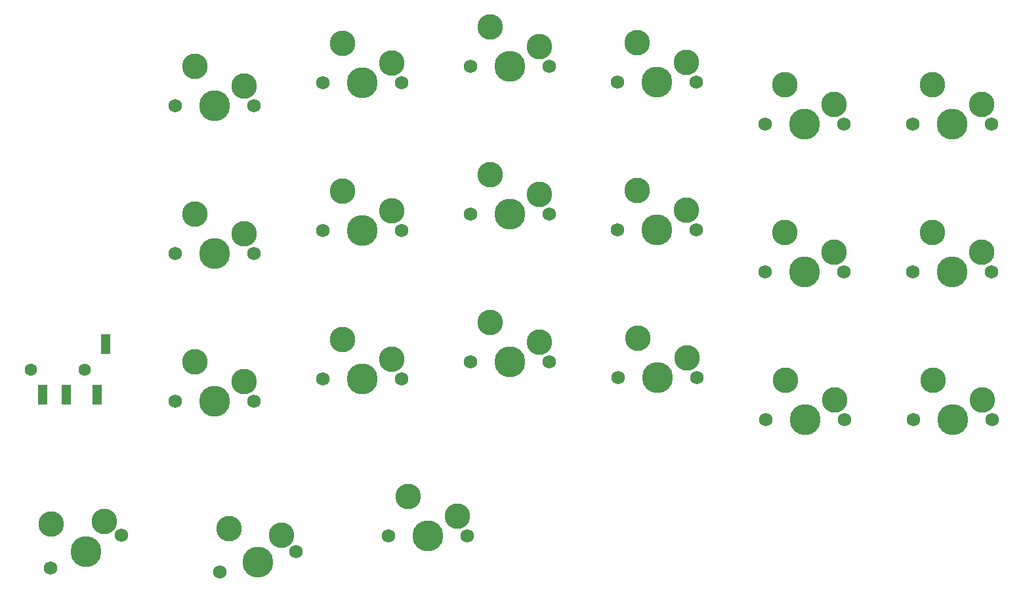
<source format=gbs>
%TF.GenerationSoftware,KiCad,Pcbnew,8.0.1*%
%TF.CreationDate,2024-09-02T22:54:56+02:00*%
%TF.ProjectId,KeyboardTest2,4b657962-6f61-4726-9454-657374322e6b,rev?*%
%TF.SameCoordinates,Original*%
%TF.FileFunction,Soldermask,Bot*%
%TF.FilePolarity,Negative*%
%FSLAX46Y46*%
G04 Gerber Fmt 4.6, Leading zero omitted, Abs format (unit mm)*
G04 Created by KiCad (PCBNEW 8.0.1) date 2024-09-02 22:54:56*
%MOMM*%
%LPD*%
G01*
G04 APERTURE LIST*
%ADD10C,3.300000*%
%ADD11C,1.750000*%
%ADD12C,3.987800*%
%ADD13R,1.200000X2.500000*%
%ADD14C,1.600000*%
G04 APERTURE END LIST*
D10*
%TO.C,MX15*%
X85049379Y-62411573D03*
X91399379Y-64951573D03*
D11*
X92669379Y-67491573D03*
D12*
X87589379Y-67491573D03*
D11*
X82509379Y-67491573D03*
%TD*%
D10*
%TO.C,MX13*%
X46964076Y-67526322D03*
X53314076Y-70066322D03*
D11*
X54584076Y-72606322D03*
D12*
X49504076Y-72606322D03*
D11*
X44424076Y-72606322D03*
%TD*%
D10*
%TO.C,MX17*%
X123123800Y-69860431D03*
X129473800Y-72400431D03*
D11*
X130743800Y-74940431D03*
D12*
X125663800Y-74940431D03*
D11*
X120583800Y-74940431D03*
%TD*%
D10*
%TO.C,MX14*%
X66018986Y-64642406D03*
X72368986Y-67182406D03*
D11*
X73638986Y-69722406D03*
D12*
X68558986Y-69722406D03*
D11*
X63478986Y-69722406D03*
%TD*%
D10*
%TO.C,MX10*%
X104040000Y-45420000D03*
X110390000Y-47960000D03*
D11*
X111660000Y-50500000D03*
D12*
X106580000Y-50500000D03*
D11*
X101500000Y-50500000D03*
%TD*%
D10*
%TO.C,MX2*%
X66000000Y-26500000D03*
X72350000Y-29040000D03*
D11*
X73620000Y-31580000D03*
D12*
X68540000Y-31580000D03*
D11*
X63460000Y-31580000D03*
%TD*%
D10*
%TO.C,MX11*%
X123103053Y-50802512D03*
X129453053Y-53342512D03*
D11*
X130723053Y-55882512D03*
D12*
X125643053Y-55882512D03*
D11*
X120563053Y-55882512D03*
%TD*%
D10*
%TO.C,MX16*%
X104100425Y-64445279D03*
X110450425Y-66985279D03*
D11*
X111720425Y-69525279D03*
D12*
X106640425Y-69525279D03*
D11*
X101560425Y-69525279D03*
%TD*%
D10*
%TO.C,MX18*%
X142204753Y-69860431D03*
X148554753Y-72400431D03*
D11*
X149824753Y-74940431D03*
D12*
X144744753Y-74940431D03*
D11*
X139664753Y-74940431D03*
%TD*%
D10*
%TO.C,MX3*%
X85019586Y-24308311D03*
X91369586Y-26848311D03*
D11*
X92639586Y-29388311D03*
D12*
X87559586Y-29388311D03*
D11*
X82479586Y-29388311D03*
%TD*%
D10*
%TO.C,MX5*%
X123078458Y-31764863D03*
X129428458Y-34304863D03*
D11*
X130698458Y-36844863D03*
D12*
X125618458Y-36844863D03*
D11*
X120538458Y-36844863D03*
%TD*%
D10*
%TO.C,MX9*%
X85038105Y-43378827D03*
X91388105Y-45918827D03*
D11*
X92658105Y-48458827D03*
D12*
X87578105Y-48458827D03*
D11*
X82498105Y-48458827D03*
%TD*%
D10*
%TO.C,MX21*%
X74460000Y-84920000D03*
X80810000Y-87460000D03*
D11*
X82080000Y-90000000D03*
D12*
X77000000Y-90000000D03*
D11*
X71920000Y-90000000D03*
%TD*%
D10*
%TO.C,MX4*%
X104057320Y-26381522D03*
X110407320Y-28921522D03*
D11*
X111677320Y-31461522D03*
D12*
X106597320Y-31461522D03*
D11*
X101517320Y-31461522D03*
%TD*%
D10*
%TO.C,MX1*%
X46960000Y-29420000D03*
X53310000Y-31960000D03*
D11*
X54580000Y-34500000D03*
D12*
X49500000Y-34500000D03*
D11*
X44420000Y-34500000D03*
%TD*%
D10*
%TO.C,MX6*%
X142099597Y-31794771D03*
X148449597Y-34334771D03*
D11*
X149719597Y-36874771D03*
D12*
X144639597Y-36874771D03*
D11*
X139559597Y-36874771D03*
%TD*%
D10*
%TO.C,MX12*%
X142154099Y-50802512D03*
X148504099Y-53342512D03*
D11*
X149774099Y-55882512D03*
D12*
X144694099Y-55882512D03*
D11*
X139614099Y-55882512D03*
%TD*%
D10*
%TO.C,MX7*%
X46966488Y-48476107D03*
X53316488Y-51016107D03*
D11*
X54586488Y-53556107D03*
D12*
X49506488Y-53556107D03*
D11*
X44426488Y-53556107D03*
%TD*%
D10*
%TO.C,MX20*%
X51324845Y-89065298D03*
X58115874Y-89875249D03*
D11*
X60000000Y-92000000D03*
D12*
X55093097Y-93314801D03*
D11*
X50186194Y-94629602D03*
%TD*%
D10*
%TO.C,MX19*%
X28447033Y-88469407D03*
X35275538Y-88087803D03*
D11*
X37500000Y-89853099D03*
D12*
X32895956Y-92000000D03*
D11*
X28291912Y-94146901D03*
%TD*%
D10*
%TO.C,MX8*%
X66022349Y-45541895D03*
X72372349Y-48081895D03*
D11*
X73642349Y-50621895D03*
D12*
X68562349Y-50621895D03*
D11*
X63482349Y-50621895D03*
%TD*%
D13*
%TO.C,J2*%
X34350000Y-71750000D03*
X35450000Y-65250000D03*
X27350000Y-71750000D03*
X30350000Y-71750000D03*
D14*
X32750000Y-68500000D03*
X25750000Y-68500000D03*
%TD*%
M02*

</source>
